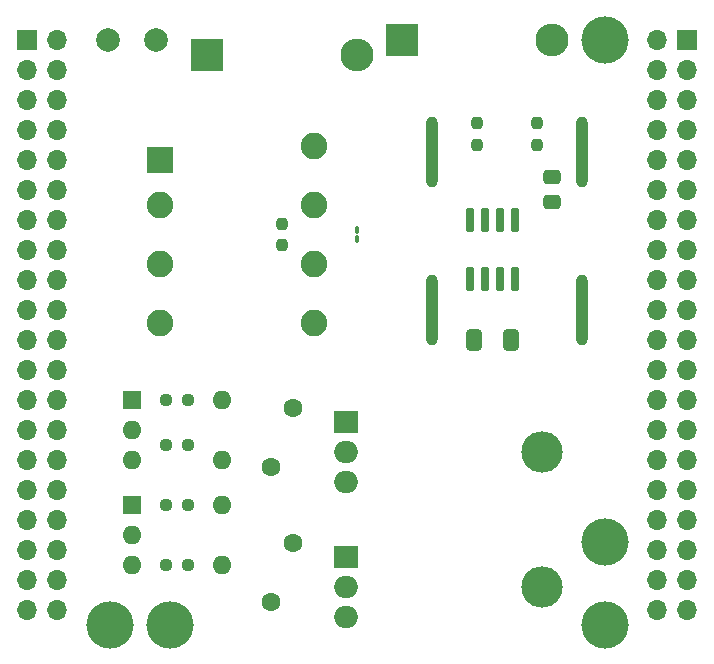
<source format=gbs>
G04 #@! TF.GenerationSoftware,KiCad,Pcbnew,(6.0.2)*
G04 #@! TF.CreationDate,2022-02-24T19:29:25+09:00*
G04 #@! TF.ProjectId,ACBoard,4143426f-6172-4642-9e6b-696361645f70,rev?*
G04 #@! TF.SameCoordinates,Original*
G04 #@! TF.FileFunction,Soldermask,Bot*
G04 #@! TF.FilePolarity,Negative*
%FSLAX46Y46*%
G04 Gerber Fmt 4.6, Leading zero omitted, Abs format (unit mm)*
G04 Created by KiCad (PCBNEW (6.0.2)) date 2022-02-24 19:29:25*
%MOMM*%
%LPD*%
G01*
G04 APERTURE LIST*
G04 Aperture macros list*
%AMRoundRect*
0 Rectangle with rounded corners*
0 $1 Rounding radius*
0 $2 $3 $4 $5 $6 $7 $8 $9 X,Y pos of 4 corners*
0 Add a 4 corners polygon primitive as box body*
4,1,4,$2,$3,$4,$5,$6,$7,$8,$9,$2,$3,0*
0 Add four circle primitives for the rounded corners*
1,1,$1+$1,$2,$3*
1,1,$1+$1,$4,$5*
1,1,$1+$1,$6,$7*
1,1,$1+$1,$8,$9*
0 Add four rect primitives between the rounded corners*
20,1,$1+$1,$2,$3,$4,$5,0*
20,1,$1+$1,$4,$5,$6,$7,0*
20,1,$1+$1,$6,$7,$8,$9,0*
20,1,$1+$1,$8,$9,$2,$3,0*%
G04 Aperture macros list end*
%ADD10O,1.000000X6.000000*%
%ADD11R,1.600000X1.600000*%
%ADD12O,1.600000X1.600000*%
%ADD13C,4.000000*%
%ADD14O,3.500000X3.500000*%
%ADD15R,2.000000X1.905000*%
%ADD16O,2.000000X1.905000*%
%ADD17C,2.000000*%
%ADD18R,2.800000X2.800000*%
%ADD19O,2.800000X2.800000*%
%ADD20C,2.250000*%
%ADD21R,2.250000X2.250000*%
%ADD22C,1.600000*%
%ADD23R,1.700000X1.700000*%
%ADD24O,1.700000X1.700000*%
%ADD25RoundRect,0.237500X0.250000X0.237500X-0.250000X0.237500X-0.250000X-0.237500X0.250000X-0.237500X0*%
%ADD26RoundRect,0.250000X-0.475000X0.337500X-0.475000X-0.337500X0.475000X-0.337500X0.475000X0.337500X0*%
%ADD27RoundRect,0.042000X-0.258000X0.943000X-0.258000X-0.943000X0.258000X-0.943000X0.258000X0.943000X0*%
%ADD28RoundRect,0.237500X-0.237500X0.250000X-0.237500X-0.250000X0.237500X-0.250000X0.237500X0.250000X0*%
%ADD29RoundRect,0.100000X0.100000X-0.217500X0.100000X0.217500X-0.100000X0.217500X-0.100000X-0.217500X0*%
%ADD30RoundRect,0.250000X-0.412500X-0.650000X0.412500X-0.650000X0.412500X0.650000X-0.412500X0.650000X0*%
%ADD31RoundRect,0.237500X0.237500X-0.250000X0.237500X0.250000X-0.237500X0.250000X-0.237500X-0.250000X0*%
G04 APERTURE END LIST*
D10*
X207010000Y-28575000D03*
X194310000Y-28575000D03*
X207010000Y-41910000D03*
X194310000Y-41910000D03*
D11*
X168920000Y-49545000D03*
D12*
X168920000Y-52085000D03*
X168920000Y-54625000D03*
X176540000Y-54625000D03*
X176540000Y-49545000D03*
D13*
X172085000Y-68580000D03*
D14*
X203645000Y-53975000D03*
D15*
X186985000Y-51435000D03*
D16*
X186985000Y-53975000D03*
X186985000Y-56515000D03*
D14*
X203645000Y-65405000D03*
D15*
X186985000Y-62865000D03*
D16*
X186985000Y-65405000D03*
X186985000Y-67945000D03*
D17*
X166910000Y-19050000D03*
X170910000Y-19050000D03*
D18*
X191770000Y-19050000D03*
D19*
X204470000Y-19050000D03*
D11*
X168920000Y-58435000D03*
D12*
X168920000Y-60975000D03*
X168920000Y-63515000D03*
X176540000Y-63515000D03*
X176540000Y-58435000D03*
D20*
X184300000Y-28060000D03*
X184300000Y-33060000D03*
X184300000Y-38060000D03*
X184300000Y-43060000D03*
X171300000Y-43060000D03*
X171300000Y-38060000D03*
X171300000Y-33060000D03*
D21*
X171300000Y-29260000D03*
D13*
X167005000Y-68580000D03*
D22*
X180710000Y-55205000D03*
X182510000Y-50205000D03*
D13*
X208915000Y-19050000D03*
X208915000Y-68580000D03*
X208915000Y-61595000D03*
D22*
X180710000Y-66635000D03*
X182510000Y-61635000D03*
D23*
X215920000Y-19080000D03*
D24*
X213380000Y-19080000D03*
X215920000Y-21620000D03*
X213380000Y-21620000D03*
X215920000Y-24160000D03*
X213380000Y-24160000D03*
X215920000Y-26700000D03*
X213380000Y-26700000D03*
X215920000Y-29240000D03*
X213380000Y-29240000D03*
X215920000Y-31780000D03*
X213380000Y-31780000D03*
X215920000Y-34320000D03*
X213380000Y-34320000D03*
X215920000Y-36860000D03*
X213380000Y-36860000D03*
X215920000Y-39400000D03*
X213380000Y-39400000D03*
X215920000Y-41940000D03*
X213380000Y-41940000D03*
X215920000Y-44480000D03*
X213380000Y-44480000D03*
X215920000Y-47020000D03*
X213380000Y-47020000D03*
X215920000Y-49560000D03*
X213380000Y-49560000D03*
X215920000Y-52100000D03*
X213380000Y-52100000D03*
X215920000Y-54640000D03*
X213380000Y-54640000D03*
X215920000Y-57180000D03*
X213380000Y-57180000D03*
X215920000Y-59720000D03*
X213380000Y-59720000D03*
X215920000Y-62260000D03*
X213380000Y-62260000D03*
X215920000Y-64800000D03*
X213380000Y-64800000D03*
X215920000Y-67340000D03*
X213380000Y-67340000D03*
D23*
X160015000Y-19055000D03*
D24*
X162555000Y-19055000D03*
X160015000Y-21595000D03*
X162555000Y-21595000D03*
X160015000Y-24135000D03*
X162555000Y-24135000D03*
X160015000Y-26675000D03*
X162555000Y-26675000D03*
X160015000Y-29215000D03*
X162555000Y-29215000D03*
X160015000Y-31755000D03*
X162555000Y-31755000D03*
X160015000Y-34295000D03*
X162555000Y-34295000D03*
X160015000Y-36835000D03*
X162555000Y-36835000D03*
X160015000Y-39375000D03*
X162555000Y-39375000D03*
X160015000Y-41915000D03*
X162555000Y-41915000D03*
X160015000Y-44455000D03*
X162555000Y-44455000D03*
X160015000Y-46995000D03*
X162555000Y-46995000D03*
X160015000Y-49535000D03*
X162555000Y-49535000D03*
X160015000Y-52075000D03*
X162555000Y-52075000D03*
X160015000Y-54615000D03*
X162555000Y-54615000D03*
X160015000Y-57155000D03*
X162555000Y-57155000D03*
X160015000Y-59695000D03*
X162555000Y-59695000D03*
X160015000Y-62235000D03*
X162555000Y-62235000D03*
X160015000Y-64775000D03*
X162555000Y-64775000D03*
X160015000Y-67315000D03*
X162555000Y-67315000D03*
D18*
X175260000Y-20320000D03*
D19*
X187960000Y-20320000D03*
D25*
X173632500Y-58420000D03*
X171807500Y-58420000D03*
D26*
X204470000Y-30712500D03*
X204470000Y-32787500D03*
D27*
X197485000Y-34360000D03*
X198755000Y-34360000D03*
X200025000Y-34360000D03*
X201295000Y-34360000D03*
X201295000Y-39300000D03*
X200025000Y-39300000D03*
X198755000Y-39300000D03*
X197485000Y-39300000D03*
D25*
X173632500Y-49530000D03*
X171807500Y-49530000D03*
D28*
X181610000Y-34647500D03*
X181610000Y-36472500D03*
D25*
X173632500Y-63500000D03*
X171807500Y-63500000D03*
X173632500Y-53340000D03*
X171807500Y-53340000D03*
D29*
X187960000Y-35967500D03*
X187960000Y-35152500D03*
D30*
X197827500Y-44450000D03*
X200952500Y-44450000D03*
D28*
X203200000Y-26115000D03*
X203200000Y-27940000D03*
D31*
X198120000Y-27940000D03*
X198120000Y-26115000D03*
M02*

</source>
